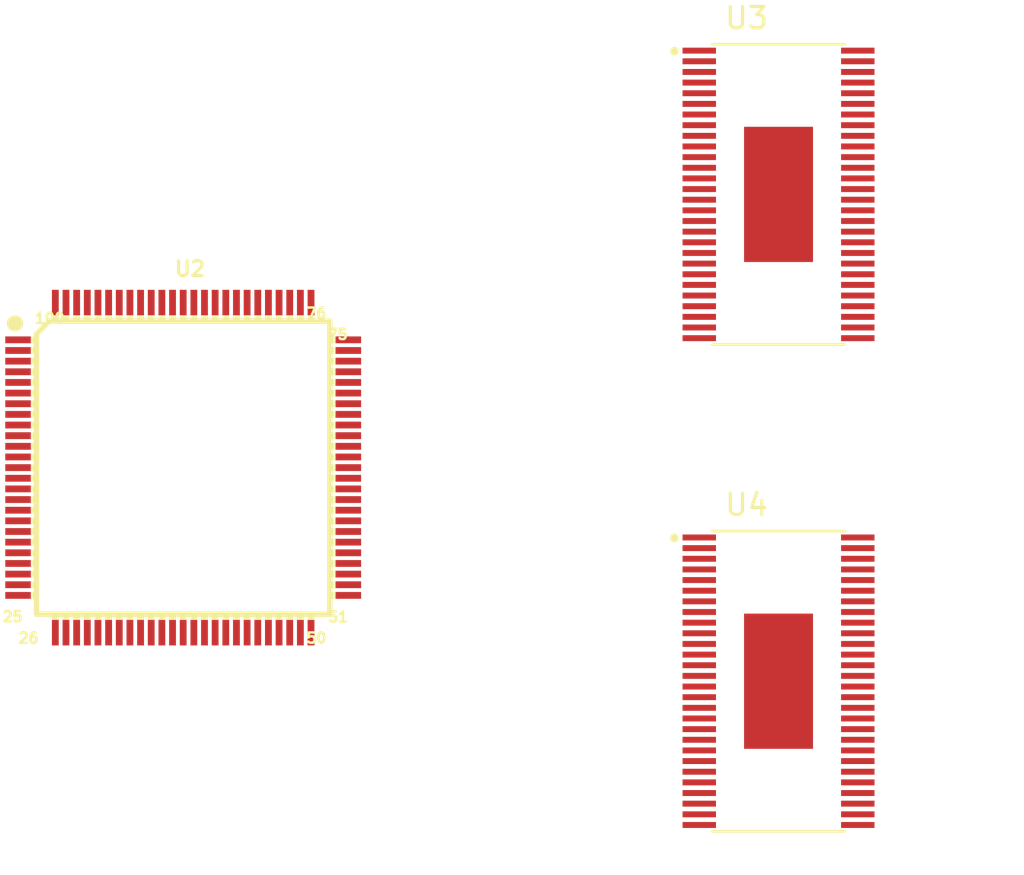
<source format=kicad_pcb>
(kicad_pcb (version 20221018) (generator pcbnew)
  (layers (0 "F.Cu" signal) (31 "B.Cu" signal) (34 "B.Paste" user) (35 "F.Paste" user) (36 "B.SilkS" user "B.Silkscreen") (37 "F.SilkS" user "F.Silkscreen") (38 "B.Mask" user) (39 "F.Mask" user) (44 "Edge.Cuts" user))
  (net 0 "")
  (net 150 "Net-(U3-PH-Pad50)")
  (net 152 "Net-(U3-PVDD2-Pad53)")
  (net 205 "Net-(U4-PH-Pad50)")
  (net 207 "Net-(U4-PVDD2-Pad53)")
  (footprint "LocalLibs:SOP50P810X120-57N" (layer "F.Cu") (at 106.68 71.12)
    (fp_text reference "U4" (at -1.49804 -8.27879) (layer "F.SilkS") (effects (font (size 1.002031 1.002031))))
    (fp_text value "DRV8301DCAR")
    (fp_line (start -3.1 -7.05) (end 3.1 -7.05) (stroke (width 0.127)) (layer "F.SilkS"))
    (fp_line (start -3.1 7.05) (end 3.1 7.05) (stroke (width 0.127)) (layer "F.SilkS"))
    (fp_circle (center -4.886 -6.725) (end -4.786 -6.725) (stroke (width 0.2)) (fill none) (layer "F.SilkS"))
    (pad "1" smd roundrect (at -3.72 -6.75) (size 1.57 0.28) (layers "F.Cu" "F.Paste" "F.Mask") (roundrect_rratio 0.04))
    (pad "2" smd roundrect (at -3.72 -6.25) (size 1.57 0.28) (layers "F.Cu" "F.Paste" "F.Mask") (roundrect_rratio 0.04))
    (pad "3" smd roundrect (at -3.72 -5.75) (size 1.57 0.28) (layers "F.Cu" "F.Paste" "F.Mask") (roundrect_rratio 0.04))
    (pad "4" smd roundrect (at -3.72 -5.25) (size 1.57 0.28) (layers "F.Cu" "F.Paste" "F.Mask") (roundrect_rratio 0.04))
    (pad "5" smd roundrect (at -3.72 -4.75) (size 1.57 0.28) (layers "F.Cu" "F.Paste" "F.Mask") (roundrect_rratio 0.04))
    (pad "6" smd roundrect (at -3.72 -4.25) (size 1.57 0.28) (layers "F.Cu" "F.Paste" "F.Mask") (roundrect_rratio 0.04))
    (pad "7" smd roundrect (at -3.72 -3.75) (size 1.57 0.28) (layers "F.Cu" "F.Paste" "F.Mask") (roundrect_rratio 0.04))
    (pad "8" smd roundrect (at -3.72 -3.25) (size 1.57 0.28) (layers "F.Cu" "F.Paste" "F.Mask") (roundrect_rratio 0.04))
    (pad "9" smd roundrect (at -3.72 -2.75) (size 1.57 0.28) (layers "F.Cu" "F.Paste" "F.Mask") (roundrect_rratio 0.04))
    (pad "10" smd roundrect (at -3.72 -2.25) (size 1.57 0.28) (layers "F.Cu" "F.Paste" "F.Mask") (roundrect_rratio 0.04))
    (pad "11" smd roundrect (at -3.72 -1.75) (size 1.57 0.28) (layers "F.Cu" "F.Paste" "F.Mask") (roundrect_rratio 0.04))
    (pad "12" smd roundrect (at -3.72 -1.25) (size 1.57 0.28) (layers "F.Cu" "F.Paste" "F.Mask") (roundrect_rratio 0.04))
    (pad "13" smd roundrect (at -3.72 -0.75) (size 1.57 0.28) (layers "F.Cu" "F.Paste" "F.Mask") (roundrect_rratio 0.04))
    (pad "14" smd roundrect (at -3.72 -0.25) (size 1.57 0.28) (layers "F.Cu" "F.Paste" "F.Mask") (roundrect_rratio 0.04))
    (pad "15" smd roundrect (at -3.72 0.25) (size 1.57 0.28) (layers "F.Cu" "F.Paste" "F.Mask") (roundrect_rratio 0.04))
    (pad "16" smd roundrect (at -3.72 0.75) (size 1.57 0.28) (layers "F.Cu" "F.Paste" "F.Mask") (roundrect_rratio 0.04))
    (pad "17" smd roundrect (at -3.72 1.25) (size 1.57 0.28) (layers "F.Cu" "F.Paste" "F.Mask") (roundrect_rratio 0.04))
    (pad "18" smd roundrect (at -3.72 1.75) (size 1.57 0.28) (layers "F.Cu" "F.Paste" "F.Mask") (roundrect_rratio 0.04))
    (pad "19" smd roundrect (at -3.72 2.25) (size 1.57 0.28) (layers "F.Cu" "F.Paste" "F.Mask") (roundrect_rratio 0.04))
    (pad "20" smd roundrect (at -3.72 2.75) (size 1.57 0.28) (layers "F.Cu" "F.Paste" "F.Mask") (roundrect_rratio 0.04))
    (pad "21" smd roundrect (at -3.72 3.25) (size 1.57 0.28) (layers "F.Cu" "F.Paste" "F.Mask") (roundrect_rratio 0.04))
    (pad "22" smd roundrect (at -3.72 3.75) (size 1.57 0.28) (layers "F.Cu" "F.Paste" "F.Mask") (roundrect_rratio 0.04))
    (pad "23" smd roundrect (at -3.72 4.25) (size 1.57 0.28) (layers "F.Cu" "F.Paste" "F.Mask") (roundrect_rratio 0.04))
    (pad "24" smd roundrect (at -3.72 4.75) (size 1.57 0.28) (layers "F.Cu" "F.Paste" "F.Mask") (roundrect_rratio 0.04))
    (pad "25" smd roundrect (at -3.72 5.25) (size 1.57 0.28) (layers "F.Cu" "F.Paste" "F.Mask") (roundrect_rratio 0.04))
    (pad "26" smd roundrect (at -3.72 5.75) (size 1.57 0.28) (layers "F.Cu" "F.Paste" "F.Mask") (roundrect_rratio 0.04))
    (pad "27" smd roundrect (at -3.72 6.25) (size 1.57 0.28) (layers "F.Cu" "F.Paste" "F.Mask") (roundrect_rratio 0.04))
    (pad "28" smd roundrect (at -3.72 6.75) (size 1.57 0.28) (layers "F.Cu" "F.Paste" "F.Mask") (roundrect_rratio 0.04))
    (pad "29" smd roundrect (at 3.72 6.75) (size 1.57 0.28) (layers "F.Cu" "F.Paste" "F.Mask") (roundrect_rratio 0.04))
    (pad "30" smd roundrect (at 3.72 6.25) (size 1.57 0.28) (layers "F.Cu" "F.Paste" "F.Mask") (roundrect_rratio 0.04))
    (pad "31" smd roundrect (at 3.72 5.75) (size 1.57 0.28) (layers "F.Cu" "F.Paste" "F.Mask") (roundrect_rratio 0.04))
    (pad "32" smd roundrect (at 3.72 5.25) (size 1.57 0.28) (layers "F.Cu" "F.Paste" "F.Mask") (roundrect_rratio 0.04))
    (pad "33" smd roundrect (at 3.72 4.75) (size 1.57 0.28) (layers "F.Cu" "F.Paste" "F.Mask") (roundrect_rratio 0.04))
    (pad "34" smd roundrect (at 3.72 4.25) (size 1.57 0.28) (layers "F.Cu" "F.Paste" "F.Mask") (roundrect_rratio 0.04))
    (pad "35" smd roundrect (at 3.72 3.75) (size 1.57 0.28) (layers "F.Cu" "F.Paste" "F.Mask") (roundrect_rratio 0.04))
    (pad "36" smd roundrect (at 3.72 3.25) (size 1.57 0.28) (layers "F.Cu" "F.Paste" "F.Mask") (roundrect_rratio 0.04))
    (pad "37" smd roundrect (at 3.72 2.75) (size 1.57 0.28) (layers "F.Cu" "F.Paste" "F.Mask") (roundrect_rratio 0.04))
    (pad "38" smd roundrect (at 3.72 2.25) (size 1.57 0.28) (layers "F.Cu" "F.Paste" "F.Mask") (roundrect_rratio 0.04))
    (pad "39" smd roundrect (at 3.72 1.75) (size 1.57 0.28) (layers "F.Cu" "F.Paste" "F.Mask") (roundrect_rratio 0.04))
    (pad "40" smd roundrect (at 3.72 1.25) (size 1.57 0.28) (layers "F.Cu" "F.Paste" "F.Mask") (roundrect_rratio 0.04))
    (pad "41" smd roundrect (at 3.72 0.75) (size 1.57 0.28) (layers "F.Cu" "F.Paste" "F.Mask") (roundrect_rratio 0.04))
    (pad "42" smd roundrect (at 3.72 0.25) (size 1.57 0.28) (layers "F.Cu" "F.Paste" "F.Mask") (roundrect_rratio 0.04))
    (pad "43" smd roundrect (at 3.72 -0.25) (size 1.57 0.28) (layers "F.Cu" "F.Paste" "F.Mask") (roundrect_rratio 0.04))
    (pad "44" smd roundrect (at 3.72 -0.75) (size 1.57 0.28) (layers "F.Cu" "F.Paste" "F.Mask") (roundrect_rratio 0.04))
    (pad "45" smd roundrect (at 3.72 -1.25) (size 1.57 0.28) (layers "F.Cu" "F.Paste" "F.Mask") (roundrect_rratio 0.04))
    (pad "46" smd roundrect (at 3.72 -1.75) (size 1.57 0.28) (layers "F.Cu" "F.Paste" "F.Mask") (roundrect_rratio 0.04))
    (pad "47" smd roundrect (at 3.72 -2.25) (size 1.57 0.28) (layers "F.Cu" "F.Paste" "F.Mask") (roundrect_rratio 0.04))
    (pad "48" smd roundrect (at 3.72 -2.75) (size 1.57 0.28) (layers "F.Cu" "F.Paste" "F.Mask") (roundrect_rratio 0.04))
    (pad "49" smd roundrect (at 3.72 -3.25) (size 1.57 0.28) (layers "F.Cu" "F.Paste" "F.Mask") (roundrect_rratio 0.04))
    (pad "50" smd roundrect (at 3.72 -3.75) (size 1.57 0.28) (layers "F.Cu" "F.Paste" "F.Mask") (roundrect_rratio 0.04) (net 205 "Net-(U4-PH-Pad50)"))
    (pad "51" smd roundrect (at 3.72 -4.25) (size 1.57 0.28) (layers "F.Cu" "F.Paste" "F.Mask") (roundrect_rratio 0.04) (net 205 "Net-(U4-PH-Pad50)"))
    (pad "52" smd roundrect (at 3.72 -4.75) (size 1.57 0.28) (layers "F.Cu" "F.Paste" "F.Mask") (roundrect_rratio 0.04))
    (pad "53" smd roundrect (at 3.72 -5.25) (size 1.57 0.28) (layers "F.Cu" "F.Paste" "F.Mask") (roundrect_rratio 0.04) (net 207 "Net-(U4-PVDD2-Pad53)"))
    (pad "54" smd roundrect (at 3.72 -5.75) (size 1.57 0.28) (layers "F.Cu" "F.Paste" "F.Mask") (roundrect_rratio 0.04) (net 207 "Net-(U4-PVDD2-Pad53)"))
    (pad "55" smd roundrect (at 3.72 -6.25) (size 1.57 0.28) (layers "F.Cu" "F.Paste" "F.Mask") (roundrect_rratio 0.04))
    (pad "56" smd roundrect (at 3.72 -6.75) (size 1.57 0.28) (layers "F.Cu" "F.Paste" "F.Mask") (roundrect_rratio 0.04))
    (pad "57" smd rect (at 0 0) (size 3.235 6.35) (layers "F.Cu" "F.Mask"))
  )
  (footprint "LocalLibs:LQFP100-0.5-13.8X13.8MM" (layer "F.Cu") (at 78.74 61.09)
    (property "VALUE" "STM32F407VET6-LQFP100")
    (fp_text reference "U2" (at 0.317545 -9.335739) (layer "F.SilkS") (effects (font (size 0.700093 0.700093))))
    (fp_text value "MCU-STM32F407VET6_LQFP100_")
    (fp_text user "51" (at 7.26367 7.0132) (layer "F.SilkS") (effects (font (size 0.480905 0.480905))))
    (fp_text user "26" (at -7.25486 8.00537) (layer "F.SilkS") (effects (font (size 0.480322 0.480322))))
    (fp_text user "50" (at 6.25181 8.00231) (layer "F.SilkS") (effects (font (size 0.480139 0.480139))))
    (fp_text user "100" (at -6.26179 -7.01321) (layer "F.SilkS") (effects (font (size 0.480906 0.480906))))
    (fp_text user "75" (at 7.25132 -6.25113) (layer "F.SilkS") (effects (font (size 0.480087 0.480087))))
    (fp_text user "76" (at 6.25422 -7.2549) (layer "F.SilkS") (effects (font (size 0.480324 0.480324))))
    (fp_text user "25" (at -8.00719 7.00629) (layer "F.SilkS") (effects (font (size 0.480431 0.480431))))
    (fp_line (start -6.883 -6.274) (end -6.274 -6.883) (stroke (width 0.254)) (layer "F.SilkS"))
    (fp_line (start -6.883 6.883) (end -6.883 -6.274) (stroke (width 0.254)) (layer "F.SilkS"))
    (fp_line (start -6.274 -6.883) (end 6.883 -6.883) (stroke (width 0.254)) (layer "F.SilkS"))
    (fp_line (start 6.883 -6.883) (end 6.883 6.883) (stroke (width 0.254)) (layer "F.SilkS"))
    (fp_line (start 6.883 6.883) (end -6.883 6.883) (stroke (width 0.254)) (layer "F.SilkS"))
    (fp_circle (center -7.893 -6.77) (end -7.512 -6.77) (fill solid) (layer "F.SilkS"))
    (fp_poly (pts (xy -7.12915 2.8476) (xy -6.861 2.8476) (xy -6.861 3.15867) (xy -7.12915 3.15867)) (stroke (width 0.01)) (fill solid) (layer "F.SilkS"))
    (fp_poly (pts (xy -7.12856 -6.1524) (xy -6.861 -6.1524) (xy -6.861 -5.85875) (xy -7.12856 -5.85875)) (stroke (width 0.01)) (fill solid) (layer "F.SilkS"))
    (fp_poly (pts (xy -7.128 -1.1524) (xy -6.861 -1.1524) (xy -6.861 -0.849149) (xy -7.128 -0.849149)) (stroke (width 0.01)) (fill solid) (layer "F.SilkS"))
    (fp_poly (pts (xy -7.12726 -0.1524) (xy -6.861 -0.1524) (xy -6.861 0.152663) (xy -7.12726 0.152663)) (stroke (width 0.01)) (fill solid) (layer "F.SilkS"))
    (fp_poly (pts (xy -7.12636 -2.1524) (xy -6.861 -2.1524) (xy -6.861 -1.85055) (xy -7.12636 -1.85055)) (stroke (width 0.01)) (fill solid) (layer "F.SilkS"))
    (fp_poly (pts (xy -7.1256 -3.1524) (xy -6.861 -3.1524) (xy -6.861 -2.85184) (xy -7.1256 -2.85184)) (stroke (width 0.01)) (fill solid) (layer "F.SilkS"))
    (fp_poly (pts (xy -7.12531 -5.1524) (xy -6.861 -5.1524) (xy -6.861 -4.85462) (xy -7.12531 -4.85462)) (stroke (width 0.01)) (fill solid) (layer "F.SilkS"))
    (fp_poly (pts (xy -7.12492 3.3476) (xy -6.861 3.3476) (xy -6.861 3.65749) (xy -7.12492 3.65749)) (stroke (width 0.01)) (fill solid) (layer "F.SilkS"))
    (fp_poly (pts (xy -7.12443 4.8476) (xy -6.861 4.8476) (xy -6.861 5.15923) (xy -7.12443 5.15923)) (stroke (width 0.01)) (fill solid) (layer "F.SilkS"))
    (fp_poly (pts (xy -7.12416 1.8476) (xy -6.861 1.8476) (xy -6.861 2.15517) (xy -7.12416 2.15517)) (stroke (width 0.01)) (fill solid) (layer "F.SilkS"))
    (fp_poly (pts (xy -7.12097 -0.6524) (xy -6.861 -0.6524) (xy -6.861 -0.347892) (xy -7.12097 -0.347892)) (stroke (width 0.01)) (fill solid) (layer "F.SilkS"))
    (fp_poly (pts (xy -7.12012 0.3476) (xy -6.861 0.3476) (xy -6.861 0.65287) (xy -7.12012 0.65287)) (stroke (width 0.01)) (fill solid) (layer "F.SilkS"))
    (fp_poly (pts (xy -7.11927 1.3476) (xy -6.861 1.3476) (xy -6.861 1.65339) (xy -7.11927 1.65339)) (stroke (width 0.01)) (fill solid) (layer "F.SilkS"))
    (fp_poly (pts (xy -7.11926 -3.6524) (xy -6.861 -3.6524) (xy -6.861 -3.34961) (xy -7.11926 -3.34961)) (stroke (width 0.01)) (fill solid) (layer "F.SilkS"))
    (fp_poly (pts (xy -7.11919 5.8476) (xy -6.861 5.8476) (xy -6.861 6.15602) (xy -7.11919 6.15602)) (stroke (width 0.01)) (fill solid) (layer "F.SilkS"))
    (fp_poly (pts (xy -7.11836 -1.6524) (xy -6.861 -1.6524) (xy -6.861 -1.34824) (xy -7.11836 -1.34824)) (stroke (width 0.01)) (fill solid) (layer "F.SilkS"))
    (fp_poly (pts (xy -7.11813 -4.1524) (xy -6.861 -4.1524) (xy -6.861 -3.8493) (xy -7.11813 -3.8493)) (stroke (width 0.01)) (fill solid) (layer "F.SilkS"))
    (fp_poly (pts (xy -7.11799 4.3476) (xy -6.861 4.3476) (xy -6.861 4.65436) (xy -7.11799 4.65436)) (stroke (width 0.01)) (fill solid) (layer "F.SilkS"))
    (fp_poly (pts (xy -7.11752 -5.6524) (xy -6.861 -5.6524) (xy -6.861 -5.34949) (xy -7.11752 -5.34949)) (stroke (width 0.01)) (fill solid) (layer "F.SilkS"))
    (fp_poly (pts (xy -7.1173 0.8476) (xy -6.861 0.8476) (xy -6.861 1.15277) (xy -7.1173 1.15277)) (stroke (width 0.01)) (fill solid) (layer "F.SilkS"))
    (fp_poly (pts (xy -7.11676 2.3476) (xy -6.861 2.3476) (xy -6.861 2.65306) (xy -7.11676 2.65306)) (stroke (width 0.01)) (fill solid) (layer "F.SilkS"))
    (fp_poly (pts (xy -7.11655 5.3476) (xy -6.861 5.3476) (xy -6.861 5.65363) (xy -7.11655 5.65363)) (stroke (width 0.01)) (fill solid) (layer "F.SilkS"))
    (fp_poly (pts (xy -7.11633 -2.6524) (xy -6.861 -2.6524) (xy -6.861 -2.34804) (xy -7.11633 -2.34804)) (stroke (width 0.01)) (fill solid) (layer "F.SilkS"))
    (fp_poly (pts (xy -7.11626 3.8476) (xy -6.861 3.8476) (xy -6.861 4.15313) (xy -7.11626 4.15313)) (stroke (width 0.01)) (fill solid) (layer "F.SilkS"))
    (fp_poly (pts (xy -7.11582 -4.6524) (xy -6.861 -4.6524) (xy -6.861 -4.3481) (xy -7.11582 -4.3481)) (stroke (width 0.01)) (fill solid) (layer "F.SilkS"))
    (fp_poly (pts (xy -6.16219 -7.115) (xy -5.8476 -7.115) (xy -5.8476 -6.87192) (xy -6.16219 -6.87192)) (stroke (width 0.01)) (fill solid) (layer "F.SilkS"))
    (fp_poly (pts (xy -6.15585 6.861) (xy -5.8476 6.861) (xy -5.8476 7.11899) (xy -6.15585 7.11899)) (stroke (width 0.01)) (fill solid) (layer "F.SilkS"))
    (fp_poly (pts (xy -5.66325 -7.115) (xy -5.3476 -7.115) (xy -5.3476 -6.87417) (xy -5.66325 -6.87417)) (stroke (width 0.01)) (fill solid) (layer "F.SilkS"))
    (fp_poly (pts (xy -5.6599 6.861) (xy -5.3476 6.861) (xy -5.3476 7.12444) (xy -5.6599 7.12444)) (stroke (width 0.01)) (fill solid) (layer "F.SilkS"))
    (fp_poly (pts (xy -5.16045 -7.115) (xy -4.8476 -7.115) (xy -4.8476 -6.87172) (xy -5.16045 -6.87172)) (stroke (width 0.01)) (fill solid) (layer "F.SilkS"))
    (fp_poly (pts (xy -5.15929 6.861) (xy -4.8476 6.861) (xy -4.8476 7.12452) (xy -5.15929 7.12452)) (stroke (width 0.01)) (fill solid) (layer "F.SilkS"))
    (fp_poly (pts (xy -4.65384 6.861) (xy -4.3476 6.861) (xy -4.3476 7.1172) (xy -4.65384 7.1172)) (stroke (width 0.01)) (fill solid) (layer "F.SilkS"))
    (fp_poly (pts (xy -4.65372 -7.115) (xy -4.3476 -7.115) (xy -4.3476 -6.86295) (xy -4.65372 -6.86295)) (stroke (width 0.01)) (fill solid) (layer "F.SilkS"))
    (fp_poly (pts (xy -4.15785 -7.115) (xy -3.8476 -7.115) (xy -3.8476 -6.87) (xy -4.15785 -6.87)) (stroke (width 0.01)) (fill solid) (layer "F.SilkS"))
    (fp_poly (pts (xy -4.15268 6.861) (xy -3.8476 6.861) (xy -3.8476 7.11549) (xy -4.15268 7.11549)) (stroke (width 0.01)) (fill solid) (layer "F.SilkS"))
    (fp_poly (pts (xy -3.65558 6.861) (xy -3.3476 6.861) (xy -3.3476 7.1212) (xy -3.65558 7.1212)) (stroke (width 0.01)) (fill solid) (layer "F.SilkS"))
    (fp_poly (pts (xy -3.65399 -7.115) (xy -3.3476 -7.115) (xy -3.3476 -6.86399) (xy -3.65399 -6.86399)) (stroke (width 0.01)) (fill solid) (layer "F.SilkS"))
    (fp_poly (pts (xy -3.15633 6.861) (xy -2.8476 6.861) (xy -2.8476 7.12386) (xy -3.15633 7.12386)) (stroke (width 0.01)) (fill solid) (layer "F.SilkS"))
    (fp_poly (pts (xy -3.15266 -7.115) (xy -2.8476 -7.115) (xy -2.8476 -6.86156) (xy -3.15266 -6.86156)) (stroke (width 0.01)) (fill solid) (layer "F.SilkS"))
    (fp_poly (pts (xy -2.6557 6.861) (xy -2.3476 6.861) (xy -2.3476 7.12386) (xy -2.6557 7.12386)) (stroke (width 0.01)) (fill solid) (layer "F.SilkS"))
    (fp_poly (pts (xy -2.65364 -7.115) (xy -2.3476 -7.115) (xy -2.3476 -6.8642) (xy -2.65364 -6.8642)) (stroke (width 0.01)) (fill solid) (layer "F.SilkS"))
    (fp_poly (pts (xy -2.15601 6.861) (xy -1.8476 6.861) (xy -1.8476 7.12693) (xy -2.15601 7.12693)) (stroke (width 0.01)) (fill solid) (layer "F.SilkS"))
    (fp_poly (pts (xy -2.15549 -7.115) (xy -1.8476 -7.115) (xy -1.8476 -6.87085) (xy -2.15549 -6.87085)) (stroke (width 0.01)) (fill solid) (layer "F.SilkS"))
    (fp_poly (pts (xy -1.65495 6.861) (xy -1.3476 6.861) (xy -1.3476 7.12599) (xy -1.65495 7.12599)) (stroke (width 0.01)) (fill solid) (layer "F.SilkS"))
    (fp_poly (pts (xy -1.65326 -7.115) (xy -1.3476 -7.115) (xy -1.3476 -6.86458) (xy -1.65326 -6.86458)) (stroke (width 0.01)) (fill solid) (layer "F.SilkS"))
    (fp_poly (pts (xy -1.15467 -7.115) (xy -0.8476 -7.115) (xy -0.8476 -6.87449) (xy -1.15467 -6.87449)) (stroke (width 0.01)) (fill solid) (layer "F.SilkS"))
    (fp_poly (pts (xy -1.15358 6.861) (xy -0.8476 6.861) (xy -0.8476 7.12231) (xy -1.15358 7.12231)) (stroke (width 0.01)) (fill solid) (layer "F.SilkS"))
    (fp_poly (pts (xy -0.652659 -7.115) (xy -0.3476 -7.115) (xy -0.3476 -6.86373) (xy -0.652659 -6.86373)) (stroke (width 0.01)) (fill solid) (layer "F.SilkS"))
    (fp_poly (pts (xy -0.652562 6.861) (xy -0.3476 6.861) (xy -0.3476 7.11677) (xy -0.652562 7.11677)) (stroke (width 0.01)) (fill solid) (layer "F.SilkS"))
    (fp_poly (pts (xy -0.152667 -7.115) (xy 0.1524 -7.115) (xy 0.1524 -6.87301) (xy -0.152667 -6.87301)) (stroke (width 0.01)) (fill solid) (layer "F.SilkS"))
    (fp_poly (pts (xy -0.152557 6.861) (xy 0.1524 6.861) (xy 0.1524 7.12231) (xy -0.152557 7.12231)) (stroke (width 0.01)) (fill solid) (layer "F.SilkS"))
    (fp_poly (pts (xy 0.348006 6.861) (xy 0.6524 6.861) (xy 0.6524 7.12331) (xy 0.348006 7.12331)) (stroke (width 0.01)) (fill solid) (layer "F.SilkS"))
    (fp_poly (pts (xy 0.348274 -7.115) (xy 0.6524 -7.115) (xy 0.6524 -6.8743) (xy 0.348274 -6.8743)) (stroke (width 0.01)) (fill solid) (layer "F.SilkS"))
    (fp_poly (pts (xy 0.847777 6.861) (xy 1.1524 6.861) (xy 1.1524 7.11648) (xy 0.847777 7.11648)) (stroke (width 0.01)) (fill solid) (layer "F.SilkS"))
    (fp_poly (pts (xy 0.847957 -7.115) (xy 1.1524 -7.115) (xy 1.1524 -6.86389) (xy 0.847957 -6.86389)) (stroke (width 0.01)) (fill solid) (layer "F.SilkS"))
    (fp_poly (pts (xy 1.34776 -7.115) (xy 1.6524 -7.115) (xy 1.6524 -6.8618) (xy 1.34776 -6.8618)) (stroke (width 0.01)) (fill solid) (layer "F.SilkS"))
    (fp_poly (pts (xy 1.34888 6.861) (xy 1.6524 6.861) (xy 1.6524 7.12174) (xy 1.34888 7.12174)) (stroke (width 0.01)) (fill solid) (layer "F.SilkS"))
    (fp_poly (pts (xy 1.84827 -7.115) (xy 2.1524 -7.115) (xy 2.1524 -6.86348) (xy 1.84827 -6.86348)) (stroke (width 0.01)) (fill solid) (layer "F.SilkS"))
    (fp_poly (pts (xy 1.85109 6.861) (xy 2.1524 6.861) (xy 2.1524 7.12842) (xy 1.85109 7.12842)) (stroke (width 0.01)) (fill solid) (layer "F.SilkS"))
    (fp_poly (pts (xy 2.34914 -7.115) (xy 2.6524 -7.115) (xy 2.6524 -6.8655) (xy 2.34914 -6.8655)) (stroke (width 0.01)) (fill solid) (layer "F.SilkS"))
    (fp_poly (pts (xy 2.35045 6.861) (xy 2.6524 6.861) (xy 2.6524 7.12363) (xy 2.35045 7.12363)) (stroke (width 0.01)) (fill solid) (layer "F.SilkS"))
    (fp_poly (pts (xy 2.84994 -7.115) (xy 3.1524 -7.115) (xy 3.1524 -6.86663) (xy 2.84994 -6.86663)) (stroke (width 0.01)) (fill solid) (layer "F.SilkS"))
    (fp_poly (pts (xy 2.85239 6.861) (xy 3.1524 6.861) (xy 3.1524 7.12697) (xy 2.85239 7.12697)) (stroke (width 0.01)) (fill solid) (layer "F.SilkS"))
    (fp_poly (pts (xy 3.34836 -7.115) (xy 3.6524 -7.115) (xy 3.6524 -6.86255) (xy 3.34836 -6.86255)) (stroke (width 0.01)) (fill solid) (layer "F.SilkS"))
    (fp_poly (pts (xy 3.35154 6.861) (xy 3.6524 6.861) (xy 3.6524 7.12336) (xy 3.35154 7.12336)) (stroke (width 0.01)) (fill solid) (layer "F.SilkS"))
    (fp_poly (pts (xy 3.85173 6.861) (xy 4.1524 6.861) (xy 4.1524 7.12263) (xy 3.85173 7.12263)) (stroke (width 0.01)) (fill solid) (layer "F.SilkS"))
    (fp_poly (pts (xy 3.8522 -7.115) (xy 4.1524 -7.115) (xy 4.1524 -6.8692) (xy 3.8522 -6.8692)) (stroke (width 0.01)) (fill solid) (layer "F.SilkS"))
    (fp_poly (pts (xy 4.3477 6.861) (xy 4.6524 6.861) (xy 4.6524 7.11516) (xy 4.3477 7.11516)) (stroke (width 0.01)) (fill solid) (layer "F.SilkS"))
    (fp_poly (pts (xy 4.35381 -7.115) (xy 4.6524 -7.115) (xy 4.6524 -6.8708) (xy 4.35381 -6.8708)) (stroke (width 0.01)) (fill solid) (layer "F.SilkS"))
    (fp_poly (pts (xy 4.85273 6.861) (xy 5.1524 6.861) (xy 5.1524 7.12253) (xy 4.85273 7.12253)) (stroke (width 0.01)) (fill solid) (layer "F.SilkS"))
    (fp_poly (pts (xy 4.85609 -7.115) (xy 5.1524 -7.115) (xy 5.1524 -6.87302) (xy 4.85609 -6.87302)) (stroke (width 0.01)) (fill solid) (layer "F.SilkS"))
    (fp_poly (pts (xy 5.35138 6.861) (xy 5.6524 6.861) (xy 5.6524 7.12003) (xy 5.35138 7.12003)) (stroke (width 0.01)) (fill solid) (layer "F.SilkS"))
    (fp_poly (pts (xy 5.35623 -7.115) (xy 5.6524 -7.115) (xy 5.6524 -6.87207) (xy 5.35623 -6.87207)) (stroke (width 0.01)) (fill solid) (layer "F.SilkS"))
    (fp_poly (pts (xy 5.84784 6.861) (xy 6.1524 6.861) (xy 6.1524 7.1153) (xy 5.84784 7.1153)) (stroke (width 0.01)) (fill solid) (layer "F.SilkS"))
    (fp_poly (pts (xy 5.85922 -7.115) (xy 6.1524 -7.115) (xy 6.1524 -6.87463) (xy 5.85922 -6.87463)) (stroke (width 0.01)) (fill solid) (layer "F.SilkS"))
    (fp_poly (pts (xy 6.8611 -2.1524) (xy 7.115 -2.1524) (xy 7.115 -1.84763) (xy 6.8611 -1.84763)) (stroke (width 0.01)) (fill solid) (layer "F.SilkS"))
    (fp_poly (pts (xy 6.86202 1.3476) (xy 7.115 1.3476) (xy 7.115 1.65265) (xy 6.86202 1.65265)) (stroke (width 0.01)) (fill solid) (layer "F.SilkS"))
    (fp_poly (pts (xy 6.86306 2.8476) (xy 7.115 2.8476) (xy 7.115 3.15335) (xy 6.86306 3.15335)) (stroke (width 0.01)) (fill solid) (layer "F.SilkS"))
    (fp_poly (pts (xy 6.86399 -6.1524) (xy 7.115 -6.1524) (xy 7.115 -5.85015) (xy 6.86399 -5.85015)) (stroke (width 0.01)) (fill solid) (layer "F.SilkS"))
    (fp_poly (pts (xy 6.86462 -0.6524) (xy 7.115 -0.6524) (xy 7.115 -0.347784) (xy 6.86462 -0.347784)) (stroke (width 0.01)) (fill solid) (layer "F.SilkS"))
    (fp_poly (pts (xy 6.86538 2.3476) (xy 7.115 2.3476) (xy 7.115 2.65409) (xy 6.86538 2.65409)) (stroke (width 0.01)) (fill solid) (layer "F.SilkS"))
    (fp_poly (pts (xy 6.86545 -5.6524) (xy 7.115 -5.6524) (xy 7.115 -5.35107) (xy 6.86545 -5.35107)) (stroke (width 0.01)) (fill solid) (layer "F.SilkS"))
    (fp_poly (pts (xy 6.866 4.3476) (xy 7.115 4.3476) (xy 7.115 4.65579) (xy 6.866 4.65579)) (stroke (width 0.01)) (fill solid) (layer "F.SilkS"))
    (fp_poly (pts (xy 6.86606 -3.1524) (xy 7.115 -3.1524) (xy 7.115 -2.8497) (xy 6.86606 -2.8497)) (stroke (width 0.01)) (fill solid) (layer "F.SilkS"))
    (fp_poly (pts (xy 6.86613 5.8476) (xy 7.115 5.8476) (xy 7.115 6.157) (xy 6.86613 6.157)) (stroke (width 0.01)) (fill solid) (layer "F.SilkS"))
    (fp_poly (pts (xy 6.86654 4.8476) (xy 7.115 4.8476) (xy 7.115 5.15656) (xy 6.86654 5.15656)) (stroke (width 0.01)) (fill solid) (layer "F.SilkS"))
    (fp_poly (pts (xy 6.86687 0.8476) (xy 7.115 0.8476) (xy 7.115 1.15339) (xy 6.86687 1.15339)) (stroke (width 0.01)) (fill solid) (layer "F.SilkS"))
    (fp_poly (pts (xy 6.8673 1.8476) (xy 7.115 1.8476) (xy 7.115 2.15438) (xy 6.8673 2.15438)) (stroke (width 0.01)) (fill solid) (layer "F.SilkS"))
    (fp_poly (pts (xy 6.86757 -5.1524) (xy 7.115 -5.1524) (xy 7.115 -4.85224) (xy 6.86757 -4.85224)) (stroke (width 0.01)) (fill solid) (layer "F.SilkS"))
    (fp_poly (pts (xy 6.86806 -1.6524) (xy 7.115 -1.6524) (xy 7.115 -1.34899) (xy 6.86806 -1.34899)) (stroke (width 0.01)) (fill solid) (layer "F.SilkS"))
    (fp_poly (pts (xy 6.86816 -1.1524) (xy 7.115 -1.1524) (xy 7.115 -0.848485) (xy 6.86816 -0.848485)) (stroke (width 0.01)) (fill solid) (layer "F.SilkS"))
    (fp_poly (pts (xy 6.86826 -4.1524) (xy 7.115 -4.1524) (xy 7.115 -3.85167) (xy 6.86826 -3.85167)) (stroke (width 0.01)) (fill solid) (layer "F.SilkS"))
    (fp_poly (pts (xy 6.86829 -2.6524) (xy 7.115 -2.6524) (xy 7.115 -2.35009) (xy 6.86829 -2.35009)) (stroke (width 0.01)) (fill solid) (layer "F.SilkS"))
    (fp_poly (pts (xy 6.869 -4.6524) (xy 7.115 -4.6524) (xy 7.115 -4.35267) (xy 6.869 -4.35267)) (stroke (width 0.01)) (fill solid) (layer "F.SilkS"))
    (fp_poly (pts (xy 6.86961 0.3476) (xy 7.115 0.3476) (xy 7.115 0.653219) (xy 6.86961 0.653219)) (stroke (width 0.01)) (fill solid) (layer "F.SilkS"))
    (fp_poly (pts (xy 6.87084 -0.1524) (xy 7.115 -0.1524) (xy 7.115 0.152619) (xy 6.87084 0.152619)) (stroke (width 0.01)) (fill solid) (layer "F.SilkS"))
    (fp_poly (pts (xy 6.87134 3.3476) (xy 7.115 3.3476) (xy 7.115 3.6579) (xy 6.87134 3.6579)) (stroke (width 0.01)) (fill solid) (layer "F.SilkS"))
    (fp_poly (pts (xy 6.8718 -3.6524) (xy 7.115 -3.6524) (xy 7.115 -3.35287) (xy 6.8718 -3.35287)) (stroke (width 0.01)) (fill solid) (layer "F.SilkS"))
    (fp_poly (pts (xy 6.87209 3.8476) (xy 7.115 3.8476) (xy 7.115 4.15911) (xy 6.87209 4.15911)) (stroke (width 0.01)) (fill solid) (layer "F.SilkS"))
    (fp_poly (pts (xy 6.8741 5.3476) (xy 7.115 5.3476) (xy 7.115 5.66319) (xy 6.8741 5.66319)) (stroke (width 0.01)) (fill solid) (layer "F.SilkS"))
    (pad "1" smd rect (at -7.75 -6) (size 1.2 0.32) (layers "F.Cu" "F.Paste" "F.Mask"))
    (pad "2" smd rect (at -7.75 -5.5) (size 1.2 0.32) (layers "F.Cu" "F.Paste" "F.Mask"))
    (pad "3" smd rect (at -7.75 -5) (size 1.2 0.32) (layers "F.Cu" "F.Paste" "F.Mask"))
    (pad "4" smd rect (at -7.75 -4.5) (size 1.2 0.32) (layers "F.Cu" "F.Paste" "F.Mask"))
    (pad "5" smd rect (at -7.75 -4) (size 1.2 0.32) (layers "F.Cu" "F.Paste" "F.Mask"))
    (pad "6" smd rect (at -7.75 -3.5) (size 1.2 0.32) (layers "F.Cu" "F.Paste" "F.Mask"))
    (pad "7" smd rect (at -7.75 -3) (size 1.2 0.32) (layers "F.Cu" "F.Paste" "F.Mask"))
    (pad "8" smd rect (at -7.75 -2.5) (size 1.2 0.32) (layers "F.Cu" "F.Paste" "F.Mask"))
    (pad "9" smd rect (at -7.75 -2) (size 1.2 0.32) (layers "F.Cu" "F.Paste" "F.Mask"))
    (pad "10" smd rect (at -7.75 -1.5) (size 1.2 0.32) (layers "F.Cu" "F.Paste" "F.Mask"))
    (pad "11" smd rect (at -7.75 -1) (size 1.2 0.32) (layers "F.Cu" "F.Paste" "F.Mask"))
    (pad "12" smd rect (at -7.75 -0.5) (size 1.2 0.32) (layers "F.Cu" "F.Paste" "F.Mask"))
    (pad "13" smd rect (at -7.75 0) (size 1.2 0.32) (layers "F.Cu" "F.Paste" "F.Mask"))
    (pad "14" smd rect (at -7.75 0.5) (size 1.2 0.32) (layers "F.Cu" "F.Paste" "F.Mask"))
    (pad "15" smd rect (at -7.75 1) (size 1.2 0.32) (layers "F.Cu" "F.Paste" "F.Mask"))
    (pad "16" smd rect (at -7.75 1.5) (size 1.2 0.32) (layers "F.Cu" "F.Paste" "F.Mask"))
    (pad "17" smd rect (at -7.75 2) (size 1.2 0.32) (layers "F.Cu" "F.Paste" "F.Mask"))
    (pad "18" smd rect (at -7.75 2.5) (size 1.2 0.32) (layers "F.Cu" "F.Paste" "F.Mask"))
    (pad "19" smd rect (at -7.75 3) (size 1.2 0.32) (layers "F.Cu" "F.Paste" "F.Mask"))
    (pad "20" smd rect (at -7.75 3.5) (size 1.2 0.32) (layers "F.Cu" "F.Paste" "F.Mask"))
    (pad "21" smd rect (at -7.75 4) (size 1.2 0.32) (layers "F.Cu" "F.Paste" "F.Mask"))
    (pad "22" smd rect (at -7.75 4.5) (size 1.2 0.32) (layers "F.Cu" "F.Paste" "F.Mask"))
    (pad "23" smd rect (at -7.75 5) (size 1.2 0.32) (layers "F.Cu" "F.Paste" "F.Mask"))
    (pad "24" smd rect (at -7.75 5.5) (size 1.2 0.32) (layers "F.Cu" "F.Paste" "F.Mask"))
    (pad "25" smd rect (at -7.75 6) (size 1.2 0.32) (layers "F.Cu" "F.Paste" "F.Mask"))
    (pad "26" smd rect (at -6 7.75) (size 0.32 1.2) (layers "F.Cu" "F.Paste" "F.Mask"))
    (pad "27" smd rect (at -5.5 7.75) (size 0.32 1.2) (layers "F.Cu" "F.Paste" "F.Mask"))
    (pad "28" smd rect (at -5 7.75) (size 0.32 1.2) (layers "F.Cu" "F.Paste" "F.Mask"))
    (pad "29" smd rect (at -4.5 7.75) (size 0.32 1.2) (layers "F.Cu" "F.Paste" "F.Mask"))
    (pad "30" smd rect (at -4 7.75) (size 0.32 1.2) (layers "F.Cu" "F.Paste" "F.Mask"))
    (pad "31" smd rect (at -3.5 7.75) (size 0.32 1.2) (layers "F.Cu" "F.Paste" "F.Mask"))
    (pad "32" smd rect (at -3 7.75) (size 0.32 1.2) (layers "F.Cu" "F.Paste" "F.Mask"))
    (pad "33" smd rect (at -2.5 7.75) (size 0.32 1.2) (layers "F.Cu" "F.Paste" "F.Mask"))
    (pad "34" smd rect (at -2 7.75) (size 0.32 1.2) (layers "F.Cu" "F.Paste" "F.Mask"))
    (pad "35" smd rect (at -1.5 7.75) (size 0.32 1.2) (layers "F.Cu" "F.Paste" "F.Mask"))
    (pad "36" smd rect (at -1 7.75) (size 0.32 1.2) (layers "F.Cu" "F.Paste" "F.Mask"))
    (pad "37" smd rect (at -0.5 7.75) (size 0.32 1.2) (layers "F.Cu" "F.Paste" "F.Mask"))
    (pad "38" smd rect (at 0 7.75) (size 0.32 1.2) (layers "F.Cu" "F.Paste" "F.Mask"))
    (pad "39" smd rect (at 0.5 7.75) (size 0.32 1.2) (layers "F.Cu" "F.Paste" "F.Mask"))
    (pad "40" smd rect (at 1 7.75) (size 0.32 1.2) (layers "F.Cu" "F.Paste" "F.Mask"))
    (pad "41" smd rect (at 1.5 7.75) (size 0.32 1.2) (layers "F.Cu" "F.Paste" "F.Mask"))
    (pad "42" smd rect (at 2 7.75) (size 0.32 1.2) (layers "F.Cu" "F.Paste" "F.Mask"))
    (pad "43" smd rect (at 2.5 7.75) (size 0.32 1.2) (layers "F.Cu" "F.Paste" "F.Mask"))
    (pad "44" smd rect (at 3 7.75) (size 0.32 1.2) (layers "F.Cu" "F.Paste" "F.Mask"))
    (pad "45" smd rect (at 3.5 7.75) (size 0.32 1.2) (layers "F.Cu" "F.Paste" "F.Mask"))
    (pad "46" smd rect (at 4 7.75) (size 0.32 1.2) (layers "F.Cu" "F.Paste" "F.Mask"))
    (pad "47" smd rect (at 4.5 7.75) (size 0.32 1.2) (layers "F.Cu" "F.Paste" "F.Mask"))
    (pad "48" smd rect (at 5 7.75) (size 0.32 1.2) (layers "F.Cu" "F.Paste" "F.Mask"))
    (pad "49" smd rect (at 5.5 7.75) (size 0.32 1.2) (layers "F.Cu" "F.Paste" "F.Mask"))
    (pad "50" smd rect (at 6 7.75) (size 0.32 1.2) (layers "F.Cu" "F.Paste" "F.Mask"))
    (pad "51" smd rect (at 7.75 6) (size 1.2 0.32) (layers "F.Cu" "F.Paste" "F.Mask"))
    (pad "52" smd rect (at 7.75 5.5) (size 1.2 0.32) (layers "F.Cu" "F.Paste" "F.Mask"))
    (pad "53" smd rect (at 7.75 5) (size 1.2 0.32) (layers "F.Cu" "F.Paste" "F.Mask"))
    (pad "54" smd rect (at 7.75 4.5) (size 1.2 0.32) (layers "F.Cu" "F.Paste" "F.Mask"))
    (pad "55" smd rect (at 7.75 4) (size 1.2 0.32) (layers "F.Cu" "F.Paste" "F.Mask"))
    (pad "56" smd rect (at 7.75 3.5) (size 1.2 0.32) (layers "F.Cu" "F.Paste" "F.Mask"))
    (pad "57" smd rect (at 7.75 3) (size 1.2 0.32) (layers "F.Cu" "F.Paste" "F.Mask"))
    (pad "58" smd rect (at 7.75 2.5) (size 1.2 0.32) (layers "F.Cu" "F.Paste" "F.Mask"))
    (pad "59" smd rect (at 7.75 2) (size 1.2 0.32) (layers "F.Cu" "F.Paste" "F.Mask"))
    (pad "60" smd rect (at 7.75 1.5) (size 1.2 0.32) (layers "F.Cu" "F.Paste" "F.Mask"))
    (pad "61" smd rect (at 7.75 1) (size 1.2 0.32) (layers "F.Cu" "F.Paste" "F.Mask"))
    (pad "62" smd rect (at 7.75 0.5) (size 1.2 0.32) (layers "F.Cu" "F.Paste" "F.Mask"))
    (pad "63" smd rect (at 7.75 0) (size 1.2 0.32) (layers "F.Cu" "F.Paste" "F.Mask"))
    (pad "64" smd rect (at 7.75 -0.5) (size 1.2 0.32) (layers "F.Cu" "F.Paste" "F.Mask"))
    (pad "65" smd rect (at 7.75 -1) (size 1.2 0.32) (layers "F.Cu" "F.Paste" "F.Mask"))
    (pad "66" smd rect (at 7.75 -1.5) (size 1.2 0.32) (layers "F.Cu" "F.Paste" "F.Mask"))
    (pad "67" smd rect (at 7.75 -2) (size 1.2 0.32) (layers "F.Cu" "F.Paste" "F.Mask"))
    (pad "68" smd rect (at 7.75 -2.5) (size 1.2 0.32) (layers "F.Cu" "F.Paste" "F.Mask"))
    (pad "69" smd rect (at 7.75 -3) (size 1.2 0.32) (layers "F.Cu" "F.Paste" "F.Mask"))
    (pad "70" smd rect (at 7.75 -3.5) (size 1.2 0.32) (layers "F.Cu" "F.Paste" "F.Mask"))
    (pad "71" smd rect (at 7.75 -4) (size 1.2 0.32) (layers "F.Cu" "F.Paste" "F.Mask"))
    (pad "72" smd rect (at 7.75 -4.5) (size 1.2 0.32) (layers "F.Cu" "F.Paste" "F.Mask"))
    (pad "73" smd rect (at 7.75 -5) (size 1.2 0.32) (layers "F.Cu" "F.Paste" "F.Mask"))
    (pad "74" smd rect (at 7.75 -5.5) (size 1.2 0.32) (layers "F.Cu" "F.Paste" "F.Mask"))
    (pad "75" smd rect (at 7.75 -6) (size 1.2 0.32) (layers "F.Cu" "F.Paste" "F.Mask"))
    (pad "76" smd rect (at 6 -7.75) (size 0.32 1.2) (layers "F.Cu" "F.Paste" "F.Mask"))
    (pad "77" smd rect (at 5.5 -7.75) (size 0.32 1.2) (layers "F.Cu" "F.Paste" "F.Mask"))
    (pad "78" smd rect (at 5 -7.75) (size 0.32 1.2) (layers "F.Cu" "F.Paste" "F.Mask"))
    (pad "79" smd rect (at 4.5 -7.75) (size 0.32 1.2) (layers "F.Cu" "F.Paste" "F.Mask"))
    (pad "80" smd rect (at 4 -7.75) (size 0.32 1.2) (layers "F.Cu" "F.Paste" "F.Mask"))
    (pad "81" smd rect (at 3.5 -7.75) (size 0.32 1.2) (layers "F.Cu" "F.Paste" "F.Mask"))
    (pad "82" smd rect (at 3 -7.75) (size 0.32 1.2) (layers "F.Cu" "F.Paste" "F.Mask"))
    (pad "83" smd rect (at 2.5 -7.75) (size 0.32 1.2) (layers "F.Cu" "F.Paste" "F.Mask"))
    (pad "84" smd rect (at 2 -7.75) (size 0.32 1.2) (layers "F.Cu" "F.Paste" "F.Mask"))
    (pad "85" smd rect (at 1.5 -7.75) (size 0.32 1.2) (layers "F.Cu" "F.Paste" "F.Mask"))
    (pad "86" smd rect (at 1 -7.75) (size 0.32 1.2) (layers "F.Cu" "F.Paste" "F.Mask"))
    (pad "87" smd rect (at 0.5 -7.75) (size 0.32 1.2) (layers "F.Cu" "F.Paste" "F.Mask"))
    (pad "88" smd rect (at 0 -7.75) (size 0.32 1.2) (layers "F.Cu" "F.Paste" "F.Mask"))
    (pad "89" smd rect (at -0.5 -7.75) (size 0.32 1.2) (layers "F.Cu" "F.Paste" "F.Mask"))
    (pad "90" smd rect (at -1 -7.75) (size 0.32 1.2) (layers "F.Cu" "F.Paste" "F.Mask"))
    (pad "91" smd rect (at -1.5 -7.75) (size 0.32 1.2) (layers "F.Cu" "F.Paste" "F.Mask"))
    (pad "92" smd rect (at -2 -7.75) (size 0.32 1.2) (layers "F.Cu" "F.Paste" "F.Mask"))
    (pad "93" smd rect (at -2.5 -7.75) (size 0.32 1.2) (layers "F.Cu" "F.Paste" "F.Mask"))
    (pad "94" smd rect (at -3 -7.75) (size 0.32 1.2) (layers "F.Cu" "F.Paste" "F.Mask"))
    (pad "95" smd rect (at -3.5 -7.75) (size 0.32 1.2) (layers "F.Cu" "F.Paste" "F.Mask"))
    (pad "96" smd rect (at -4 -7.75) (size 0.32 1.2) (layers "F.Cu" "F.Paste" "F.Mask"))
    (pad "97" smd rect (at -4.5 -7.75) (size 0.32 1.2) (layers "F.Cu" "F.Paste" "F.Mask"))
    (pad "98" smd rect (at -5 -7.75) (size 0.32 1.2) (layers "F.Cu" "F.Paste" "F.Mask"))
    (pad "99" smd rect (at -5.5 -7.75) (size 0.32 1.2) (layers "F.Cu" "F.Paste" "F.Mask"))
    (pad "100" smd rect (at -6 -7.75) (size 0.32 1.2) (layers "F.Cu" "F.Paste" "F.Mask"))
  )
  (footprint "LocalLibs:SOP50P810X120-57N" (layer "F.Cu") (at 106.68 48.26)
    (fp_text reference "U3" (at -1.49804 -8.27879) (layer "F.SilkS") (effects (font (size 1.002031 1.002031))))
    (fp_text value "DRV8301DCAR")
    (fp_line (start -3.1 -7.05) (end 3.1 -7.05) (stroke (width 0.127)) (layer "F.SilkS"))
    (fp_line (start -3.1 7.05) (end 3.1 7.05) (stroke (width 0.127)) (layer "F.SilkS"))
    (fp_circle (center -4.886 -6.725) (end -4.786 -6.725) (stroke (width 0.2)) (fill none) (layer "F.SilkS"))
    (pad "1" smd roundrect (at -3.72 -6.75) (size 1.57 0.28) (layers "F.Cu" "F.Paste" "F.Mask") (roundrect_rratio 0.04))
    (pad "2" smd roundrect (at -3.72 -6.25) (size 1.57 0.28) (layers "F.Cu" "F.Paste" "F.Mask") (roundrect_rratio 0.04))
    (pad "3" smd roundrect (at -3.72 -5.75) (size 1.57 0.28) (layers "F.Cu" "F.Paste" "F.Mask") (roundrect_rratio 0.04))
    (pad "4" smd roundrect (at -3.72 -5.25) (size 1.57 0.28) (layers "F.Cu" "F.Paste" "F.Mask") (roundrect_rratio 0.04))
    (pad "5" smd roundrect (at -3.72 -4.75) (size 1.57 0.28) (layers "F.Cu" "F.Paste" "F.Mask") (roundrect_rratio 0.04))
    (pad "6" smd roundrect (at -3.72 -4.25) (size 1.57 0.28) (layers "F.Cu" "F.Paste" "F.Mask") (roundrect_rratio 0.04))
    (pad "7" smd roundrect (at -3.72 -3.75) (size 1.57 0.28) (layers "F.Cu" "F.Paste" "F.Mask") (roundrect_rratio 0.04))
    (pad "8" smd roundrect (at -3.72 -3.25) (size 1.57 0.28) (layers "F.Cu" "F.Paste" "F.Mask") (roundrect_rratio 0.04))
    (pad "9" smd roundrect (at -3.72 -2.75) (size 1.57 0.28) (layers "F.Cu" "F.Paste" "F.Mask") (roundrect_rratio 0.04))
    (pad "10" smd roundrect (at -3.72 -2.25) (size 1.57 0.28) (layers "F.Cu" "F.Paste" "F.Mask") (roundrect_rratio 0.04))
    (pad "11" smd roundrect (at -3.72 -1.75) (size 1.57 0.28) (layers "F.Cu" "F.Paste" "F.Mask") (roundrect_rratio 0.04))
    (pad "12" smd roundrect (at -3.72 -1.25) (size 1.57 0.28) (layers "F.Cu" "F.Paste" "F.Mask") (roundrect_rratio 0.04))
    (pad "13" smd roundrect (at -3.72 -0.75) (size 1.57 0.28) (layers "F.Cu" "F.Paste" "F.Mask") (roundrect_rratio 0.04))
    (pad "14" smd roundrect (at -3.72 -0.25) (size 1.57 0.28) (layers "F.Cu" "F.Paste" "F.Mask") (roundrect_rratio 0.04))
    (pad "15" smd roundrect (at -3.72 0.25) (size 1.57 0.28) (layers "F.Cu" "F.Paste" "F.Mask") (roundrect_rratio 0.04))
    (pad "16" smd roundrect (at -3.72 0.75) (size 1.57 0.28) (layers "F.Cu" "F.Paste" "F.Mask") (roundrect_rratio 0.04))
    (pad "17" smd roundrect (at -3.72 1.25) (size 1.57 0.28) (layers "F.Cu" "F.Paste" "F.Mask") (roundrect_rratio 0.04))
    (pad "18" smd roundrect (at -3.72 1.75) (size 1.57 0.28) (layers "F.Cu" "F.Paste" "F.Mask") (roundrect_rratio 0.04))
    (pad "19" smd roundrect (at -3.72 2.25) (size 1.57 0.28) (layers "F.Cu" "F.Paste" "F.Mask") (roundrect_rratio 0.04))
    (pad "20" smd roundrect (at -3.72 2.75) (size 1.57 0.28) (layers "F.Cu" "F.Paste" "F.Mask") (roundrect_rratio 0.04))
    (pad "21" smd roundrect (at -3.72 3.25) (size 1.57 0.28) (layers "F.Cu" "F.Paste" "F.Mask") (roundrect_rratio 0.04))
    (pad "22" smd roundrect (at -3.72 3.75) (size 1.57 0.28) (layers "F.Cu" "F.Paste" "F.Mask") (roundrect_rratio 0.04))
    (pad "23" smd roundrect (at -3.72 4.25) (size 1.57 0.28) (layers "F.Cu" "F.Paste" "F.Mask") (roundrect_rratio 0.04))
    (pad "24" smd roundrect (at -3.72 4.75) (size 1.57 0.28) (layers "F.Cu" "F.Paste" "F.Mask") (roundrect_rratio 0.04))
    (pad "25" smd roundrect (at -3.72 5.25) (size 1.57 0.28) (layers "F.Cu" "F.Paste" "F.Mask") (roundrect_rratio 0.04))
    (pad "26" smd roundrect (at -3.72 5.75) (size 1.57 0.28) (layers "F.Cu" "F.Paste" "F.Mask") (roundrect_rratio 0.04))
    (pad "27" smd roundrect (at -3.72 6.25) (size 1.57 0.28) (layers "F.Cu" "F.Paste" "F.Mask") (roundrect_rratio 0.04))
    (pad "28" smd roundrect (at -3.72 6.75) (size 1.57 0.28) (layers "F.Cu" "F.Paste" "F.Mask") (roundrect_rratio 0.04))
    (pad "29" smd roundrect (at 3.72 6.75) (size 1.57 0.28) (layers "F.Cu" "F.Paste" "F.Mask") (roundrect_rratio 0.04))
    (pad "30" smd roundrect (at 3.72 6.25) (size 1.57 0.28) (layers "F.Cu" "F.Paste" "F.Mask") (roundrect_rratio 0.04))
    (pad "31" smd roundrect (at 3.72 5.75) (size 1.57 0.28) (layers "F.Cu" "F.Paste" "F.Mask") (roundrect_rratio 0.04))
    (pad "32" smd roundrect (at 3.72 5.25) (size 1.57 0.28) (layers "F.Cu" "F.Paste" "F.Mask") (roundrect_rratio 0.04))
    (pad "33" smd roundrect (at 3.72 4.75) (size 1.57 0.28) (layers "F.Cu" "F.Paste" "F.Mask") (roundrect_rratio 0.04))
    (pad "34" smd roundrect (at 3.72 4.25) (size 1.57 0.28) (layers "F.Cu" "F.Paste" "F.Mask") (roundrect_rratio 0.04))
    (pad "35" smd roundrect (at 3.72 3.75) (size 1.57 0.28) (layers "F.Cu" "F.Paste" "F.Mask") (roundrect_rratio 0.04))
    (pad "36" smd roundrect (at 3.72 3.25) (size 1.57 0.28) (layers "F.Cu" "F.Paste" "F.Mask") (roundrect_rratio 0.04))
    (pad "37" smd roundrect (at 3.72 2.75) (size 1.57 0.28) (layers "F.Cu" "F.Paste" "F.Mask") (roundrect_rratio 0.04))
    (pad "38" smd roundrect (at 3.72 2.25) (size 1.57 0.28) (layers "F.Cu" "F.Paste" "F.Mask") (roundrect_rratio 0.04))
    (pad "39" smd roundrect (at 3.72 1.75) (size 1.57 0.28) (layers "F.Cu" "F.Paste" "F.Mask") (roundrect_rratio 0.04))
    (pad "40" smd roundrect (at 3.72 1.25) (size 1.57 0.28) (layers "F.Cu" "F.Paste" "F.Mask") (roundrect_rratio 0.04))
    (pad "41" smd roundrect (at 3.72 0.75) (size 1.57 0.28) (layers "F.Cu" "F.Paste" "F.Mask") (roundrect_rratio 0.04))
    (pad "42" smd roundrect (at 3.72 0.25) (size 1.57 0.28) (layers "F.Cu" "F.Paste" "F.Mask") (roundrect_rratio 0.04))
    (pad "43" smd roundrect (at 3.72 -0.25) (size 1.57 0.28) (layers "F.Cu" "F.Paste" "F.Mask") (roundrect_rratio 0.04))
    (pad "44" smd roundrect (at 3.72 -0.75) (size 1.57 0.28) (layers "F.Cu" "F.Paste" "F.Mask") (roundrect_rratio 0.04))
    (pad "45" smd roundrect (at 3.72 -1.25) (size 1.57 0.28) (layers "F.Cu" "F.Paste" "F.Mask") (roundrect_rratio 0.04))
    (pad "46" smd roundrect (at 3.72 -1.75) (size 1.57 0.28) (layers "F.Cu" "F.Paste" "F.Mask") (roundrect_rratio 0.04))
    (pad "47" smd roundrect (at 3.72 -2.25) (size 1.57 0.28) (layers "F.Cu" "F.Paste" "F.Mask") (roundrect_rratio 0.04))
    (pad "48" smd roundrect (at 3.72 -2.75) (size 1.57 0.28) (layers "F.Cu" "F.Paste" "F.Mask") (roundrect_rratio 0.04))
    (pad "49" smd roundrect (at 3.72 -3.25) (size 1.57 0.28) (layers "F.Cu" "F.Paste" "F.Mask") (roundrect_rratio 0.04))
    (pad "50" smd roundrect (at 3.72 -3.75) (size 1.57 0.28) (layers "F.Cu" "F.Paste" "F.Mask") (roundrect_rratio 0.04) (net 150 "Net-(U3-PH-Pad50)"))
    (pad "51" smd roundrect (at 3.72 -4.25) (size 1.57 0.28) (layers "F.Cu" "F.Paste" "F.Mask") (roundrect_rratio 0.04) (net 150 "Net-(U3-PH-Pad50)"))
    (pad "52" smd roundrect (at 3.72 -4.75) (size 1.57 0.28) (layers "F.Cu" "F.Paste" "F.Mask") (roundrect_rratio 0.04))
    (pad "53" smd roundrect (at 3.72 -5.25) (size 1.57 0.28) (layers "F.Cu" "F.Paste" "F.Mask") (roundrect_rratio 0.04) (net 152 "Net-(U3-PVDD2-Pad53)"))
    (pad "54" smd roundrect (at 3.72 -5.75) (size 1.57 0.28) (layers "F.Cu" "F.Paste" "F.Mask") (roundrect_rratio 0.04) (net 152 "Net-(U3-PVDD2-Pad53)"))
    (pad "55" smd roundrect (at 3.72 -6.25) (size 1.57 0.28) (layers "F.Cu" "F.Paste" "F.Mask") (roundrect_rratio 0.04))
    (pad "56" smd roundrect (at 3.72 -6.75) (size 1.57 0.28) (layers "F.Cu" "F.Paste" "F.Mask") (roundrect_rratio 0.04))
    (pad "57" smd rect (at 0 0) (size 3.235 6.35) (layers "F.Cu" "F.Mask"))
  )
)
</source>
